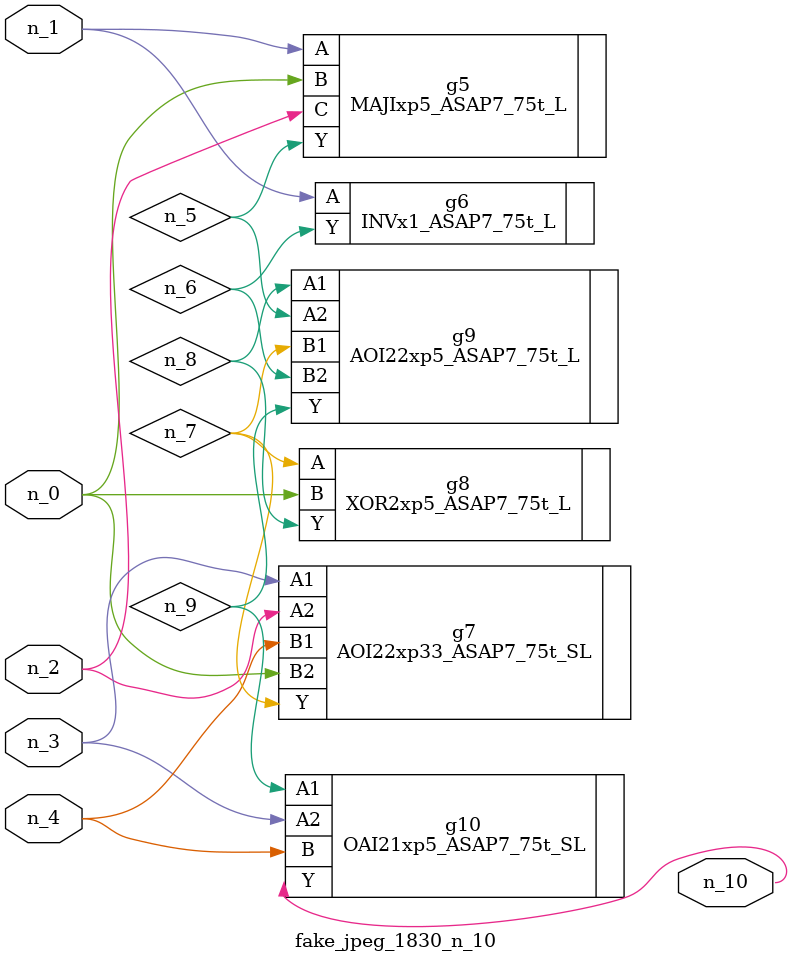
<source format=v>
module fake_jpeg_1830_n_10 (n_3, n_2, n_1, n_0, n_4, n_10);

input n_3;
input n_2;
input n_1;
input n_0;
input n_4;

output n_10;

wire n_8;
wire n_9;
wire n_6;
wire n_5;
wire n_7;

MAJIxp5_ASAP7_75t_L g5 ( 
.A(n_1),
.B(n_0),
.C(n_2),
.Y(n_5)
);

INVx1_ASAP7_75t_L g6 ( 
.A(n_1),
.Y(n_6)
);

AOI22xp33_ASAP7_75t_SL g7 ( 
.A1(n_3),
.A2(n_2),
.B1(n_4),
.B2(n_0),
.Y(n_7)
);

XOR2xp5_ASAP7_75t_L g8 ( 
.A(n_7),
.B(n_0),
.Y(n_8)
);

AOI22xp5_ASAP7_75t_L g9 ( 
.A1(n_8),
.A2(n_5),
.B1(n_7),
.B2(n_6),
.Y(n_9)
);

OAI21xp5_ASAP7_75t_SL g10 ( 
.A1(n_9),
.A2(n_3),
.B(n_4),
.Y(n_10)
);


endmodule
</source>
